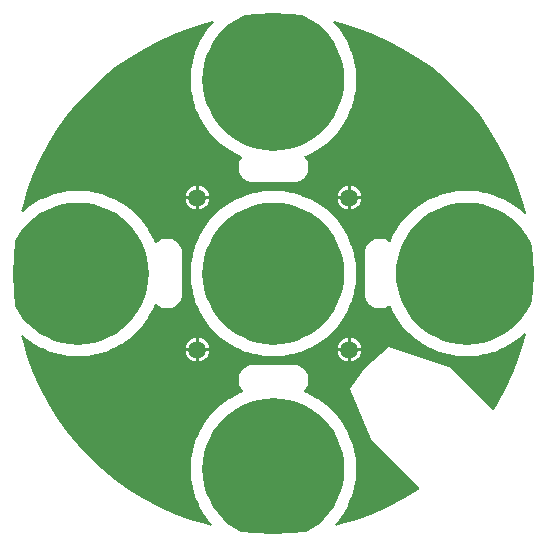
<source format=gtl>
%FSLAX44Y44*%
%MOMM*%
G71*
G01*
G75*
G04 Layer_Physical_Order=1*
G04 Layer_Color=255*
%ADD10C,1.5000*%
%ADD11C,0.6000*%
G36*
X841170Y1059717D02*
X847813Y1058588D01*
X854289Y1056722D01*
X860515Y1054143D01*
X866413Y1050883D01*
X871910Y1046984D01*
X876935Y1042493D01*
X881425Y1037468D01*
X885325Y1031972D01*
X888585Y1026074D01*
X891163Y1019848D01*
X893029Y1013372D01*
X894158Y1006729D01*
X894536Y1000000D01*
X894158Y993272D01*
X893029Y986628D01*
X891163Y980152D01*
X888585Y973926D01*
X885325Y968028D01*
X881425Y962532D01*
X876935Y957507D01*
X871910Y953016D01*
X866413Y949117D01*
X860515Y945857D01*
X854289Y943278D01*
X847813Y941412D01*
X841170Y940283D01*
X834441Y939905D01*
X827713Y940283D01*
X821069Y941412D01*
X814593Y943278D01*
X808367Y945857D01*
X802469Y949117D01*
X796973Y953016D01*
X791948Y957507D01*
X787457Y962532D01*
X783558Y968028D01*
X781303Y972108D01*
X779976Y985579D01*
X779504Y1000000D01*
X779976Y1014421D01*
X781303Y1027892D01*
X783558Y1031972D01*
X787457Y1037468D01*
X791948Y1042493D01*
X796973Y1046984D01*
X802469Y1050883D01*
X808367Y1054143D01*
X814593Y1056722D01*
X821069Y1058588D01*
X827713Y1059717D01*
X834441Y1060095D01*
X841170Y1059717D01*
D02*
G37*
G36*
X1170346Y1059717D02*
X1176990Y1058588D01*
X1183465Y1056722D01*
X1189692Y1054143D01*
X1195590Y1050883D01*
X1201086Y1046984D01*
X1206111Y1042493D01*
X1210601Y1037468D01*
X1214501Y1031972D01*
X1217761Y1026074D01*
X1219224Y1022541D01*
X1220024Y1014421D01*
X1220496Y1000000D01*
X1220024Y985579D01*
X1219224Y977459D01*
X1217761Y973926D01*
X1214501Y968028D01*
X1210601Y962532D01*
X1206111Y957507D01*
X1201086Y953016D01*
X1195590Y949117D01*
X1189692Y945857D01*
X1183465Y943278D01*
X1176990Y941412D01*
X1170346Y940283D01*
X1163617Y939905D01*
X1156889Y940283D01*
X1150245Y941412D01*
X1143770Y943278D01*
X1137543Y945857D01*
X1131645Y949117D01*
X1126149Y953016D01*
X1121124Y957507D01*
X1116634Y962532D01*
X1112734Y968028D01*
X1109474Y973926D01*
X1106895Y980152D01*
X1105030Y986628D01*
X1103901Y993271D01*
X1103523Y1000000D01*
X1103901Y1006729D01*
X1105030Y1013372D01*
X1106895Y1019848D01*
X1109474Y1026074D01*
X1112734Y1031972D01*
X1116634Y1037468D01*
X1121124Y1042493D01*
X1126149Y1046984D01*
X1131645Y1050883D01*
X1137543Y1054143D01*
X1143770Y1056722D01*
X1150245Y1058588D01*
X1156889Y1059717D01*
X1163617Y1060095D01*
X1170346Y1059717D01*
D02*
G37*
G36*
X1006728Y894158D02*
X1013372Y893029D01*
X1019848Y891164D01*
X1026074Y888585D01*
X1031972Y885325D01*
X1037468Y881425D01*
X1042493Y876935D01*
X1046984Y871910D01*
X1050883Y866414D01*
X1054143Y860515D01*
X1056722Y854289D01*
X1058588Y847814D01*
X1059717Y841170D01*
X1060095Y834441D01*
X1059717Y827713D01*
X1058588Y821069D01*
X1056722Y814593D01*
X1054143Y808367D01*
X1050883Y802469D01*
X1046984Y796973D01*
X1042493Y791948D01*
X1037468Y787458D01*
X1031972Y783558D01*
X1027892Y781303D01*
X1014421Y779976D01*
X1000000Y779504D01*
X985579Y779976D01*
X972108Y781303D01*
X968028Y783558D01*
X962532Y787458D01*
X957507Y791948D01*
X953016Y796973D01*
X949117Y802469D01*
X945857Y808367D01*
X943278Y814593D01*
X941412Y821069D01*
X940283Y827713D01*
X939905Y834441D01*
X940283Y841170D01*
X941412Y847814D01*
X943278Y854289D01*
X945857Y860515D01*
X949117Y866414D01*
X953016Y871910D01*
X957507Y876935D01*
X962532Y881425D01*
X968028Y885325D01*
X973926Y888585D01*
X980152Y891164D01*
X986628Y893029D01*
X993271Y894158D01*
X1000000Y894536D01*
X1006728Y894158D01*
D02*
G37*
G36*
X1056929Y1212461D02*
X1070703Y1208283D01*
X1084173Y1203213D01*
X1097284Y1197272D01*
X1109978Y1190487D01*
X1122201Y1182887D01*
X1133901Y1174503D01*
X1145027Y1165371D01*
X1155532Y1155532D01*
X1165371Y1145027D01*
X1174503Y1133901D01*
X1182887Y1122201D01*
X1190487Y1109978D01*
X1197272Y1097284D01*
X1203213Y1084173D01*
X1208283Y1070703D01*
X1212461Y1056929D01*
X1213866Y1050904D01*
X1212845Y1050025D01*
X1212829Y1050016D01*
X1207807Y1054505D01*
X1207338Y1054824D01*
X1206923Y1055210D01*
X1201426Y1059109D01*
X1200925Y1059374D01*
X1200469Y1059711D01*
X1194570Y1062971D01*
X1194043Y1063178D01*
X1193551Y1063462D01*
X1187325Y1066041D01*
X1186778Y1066188D01*
X1186258Y1066414D01*
X1179782Y1068280D01*
X1179221Y1068364D01*
X1178679Y1068532D01*
X1172036Y1069660D01*
X1171469Y1069682D01*
X1170911Y1069787D01*
X1164183Y1070165D01*
X1163617Y1070123D01*
X1163052Y1070165D01*
X1156323Y1069787D01*
X1155766Y1069682D01*
X1155200Y1069660D01*
X1148556Y1068532D01*
X1148014Y1068364D01*
X1147453Y1068280D01*
X1140977Y1066414D01*
X1140458Y1066188D01*
X1139910Y1066041D01*
X1133684Y1063462D01*
X1133193Y1063178D01*
X1132665Y1062971D01*
X1126766Y1059711D01*
X1126310Y1059374D01*
X1125809Y1059109D01*
X1120312Y1055210D01*
X1119897Y1054824D01*
X1119428Y1054505D01*
X1114403Y1050014D01*
X1114034Y1049584D01*
X1113604Y1049214D01*
X1109113Y1044189D01*
X1108794Y1043721D01*
X1108408Y1043305D01*
X1104508Y1037809D01*
X1104243Y1037308D01*
X1103906Y1036851D01*
X1100647Y1030953D01*
X1100439Y1030425D01*
X1100156Y1029934D01*
X1099172Y1027559D01*
X1098681Y1027105D01*
X1097802Y1026857D01*
X1096621Y1027714D01*
X1096277Y1027873D01*
X1095968Y1028092D01*
X1094249Y1028857D01*
X1093880Y1028940D01*
X1093531Y1029090D01*
X1091691Y1029481D01*
X1091312Y1029486D01*
X1090941Y1029560D01*
X1089059D01*
X1088688Y1029486D01*
X1088309Y1029481D01*
X1086469Y1029090D01*
X1086120Y1028940D01*
X1085751Y1028857D01*
X1084032Y1028092D01*
X1083723Y1027873D01*
X1083379Y1027714D01*
X1081856Y1026608D01*
X1081599Y1026330D01*
X1081295Y1026103D01*
X1080037Y1024705D01*
X1079843Y1024380D01*
X1079593Y1024095D01*
X1078652Y1022465D01*
X1078531Y1022106D01*
X1078345Y1021776D01*
X1077764Y1019986D01*
X1077719Y1019610D01*
X1077607Y1019249D01*
X1077411Y1017377D01*
X1077428Y1017187D01*
X1077391Y1017000D01*
Y983000D01*
X1077428Y982813D01*
X1077411Y982623D01*
X1077607Y980751D01*
X1077719Y980390D01*
X1077764Y980013D01*
X1078345Y978224D01*
X1078531Y977893D01*
X1078652Y977535D01*
X1079593Y975905D01*
X1079843Y975620D01*
X1080037Y975295D01*
X1081296Y973896D01*
X1081599Y973670D01*
X1081856Y973392D01*
X1083379Y972286D01*
X1083723Y972127D01*
X1084032Y971908D01*
X1085751Y971143D01*
X1086120Y971059D01*
X1086469Y970910D01*
X1088309Y970519D01*
X1088688Y970514D01*
X1089059Y970440D01*
X1090941D01*
X1091312Y970514D01*
X1091691Y970519D01*
X1093531Y970910D01*
X1093880Y971059D01*
X1094249Y971143D01*
X1095968Y971908D01*
X1096277Y972127D01*
X1096622Y972286D01*
X1097802Y973143D01*
X1098681Y972895D01*
X1099172Y972442D01*
X1100156Y970066D01*
X1100439Y969575D01*
X1100647Y969047D01*
X1103906Y963149D01*
X1104243Y962693D01*
X1104508Y962191D01*
X1108408Y956695D01*
X1108793Y956279D01*
X1109113Y955811D01*
X1113604Y950786D01*
X1114033Y950416D01*
X1114403Y949986D01*
X1119428Y945495D01*
X1119897Y945176D01*
X1120312Y944790D01*
X1125809Y940891D01*
X1126310Y940626D01*
X1126766Y940289D01*
X1132665Y937029D01*
X1133193Y936822D01*
X1133684Y936538D01*
X1139910Y933959D01*
X1140458Y933812D01*
X1140977Y933586D01*
X1147453Y931720D01*
X1148014Y931636D01*
X1148556Y931468D01*
X1155200Y930340D01*
X1155766Y930318D01*
X1156324Y930213D01*
X1163052Y929835D01*
X1163617Y929877D01*
X1164183Y929835D01*
X1170911Y930213D01*
X1171469Y930318D01*
X1172036Y930340D01*
X1178679Y931468D01*
X1179221Y931636D01*
X1179782Y931720D01*
X1186258Y933586D01*
X1186777Y933812D01*
X1187325Y933959D01*
X1193551Y936538D01*
X1194043Y936822D01*
X1194570Y937029D01*
X1200469Y940289D01*
X1200925Y940626D01*
X1201426Y940891D01*
X1206923Y944790D01*
X1207338Y945176D01*
X1207807Y945495D01*
X1212829Y949984D01*
X1212845Y949975D01*
X1213866Y949096D01*
X1212461Y943071D01*
X1208283Y929297D01*
X1203213Y915827D01*
X1197272Y902716D01*
X1190487Y890022D01*
X1186997Y884410D01*
X1185736Y884265D01*
X1150000Y920000D01*
X1097500Y937500D01*
X1077500Y920000D01*
X1065000Y902500D01*
X1082500Y860000D01*
X1123363Y819137D01*
X1123259Y817872D01*
X1122201Y817113D01*
X1109978Y809513D01*
X1097284Y802728D01*
X1084173Y796787D01*
X1070703Y791717D01*
X1056929Y787539D01*
X1052855Y786589D01*
X1052207Y787682D01*
X1054504Y790252D01*
X1054824Y790721D01*
X1055210Y791136D01*
X1059109Y796632D01*
X1059374Y797134D01*
X1059711Y797590D01*
X1062971Y803488D01*
X1063178Y804016D01*
X1063462Y804508D01*
X1066041Y810733D01*
X1066188Y811281D01*
X1066414Y811801D01*
X1068280Y818277D01*
X1068364Y818838D01*
X1068532Y819380D01*
X1069660Y826023D01*
X1069682Y826590D01*
X1069787Y827147D01*
X1070165Y833876D01*
X1070123Y834441D01*
X1070165Y835007D01*
X1069787Y841735D01*
X1069682Y842292D01*
X1069660Y842859D01*
X1068532Y849503D01*
X1068364Y850045D01*
X1068280Y850606D01*
X1066414Y857082D01*
X1066188Y857601D01*
X1066041Y858149D01*
X1063462Y864375D01*
X1063178Y864866D01*
X1062971Y865394D01*
X1059711Y871292D01*
X1059374Y871749D01*
X1059109Y872250D01*
X1055210Y877746D01*
X1054824Y878162D01*
X1054504Y878631D01*
X1050014Y883655D01*
X1049584Y884025D01*
X1049214Y884455D01*
X1044189Y888946D01*
X1043721Y889265D01*
X1043305Y889651D01*
X1037809Y893551D01*
X1037308Y893816D01*
X1036851Y894153D01*
X1030953Y897412D01*
X1030425Y897620D01*
X1029934Y897903D01*
X1025838Y899600D01*
X1025623Y900851D01*
X1026107Y901287D01*
X1026334Y901591D01*
X1026612Y901848D01*
X1027719Y903371D01*
X1027877Y903715D01*
X1028096Y904024D01*
X1028862Y905744D01*
X1028945Y906114D01*
X1029095Y906462D01*
X1029486Y908303D01*
X1029491Y908682D01*
X1029565Y909054D01*
Y910936D01*
X1029491Y911308D01*
X1029486Y911687D01*
X1029095Y913528D01*
X1028945Y913876D01*
X1028862Y914246D01*
X1028096Y915966D01*
X1027877Y916275D01*
X1027719Y916619D01*
X1026612Y918142D01*
X1026334Y918399D01*
X1026107Y918703D01*
X1024708Y919962D01*
X1024383Y920156D01*
X1024098Y920406D01*
X1022467Y921347D01*
X1022109Y921469D01*
X1021778Y921654D01*
X1019988Y922236D01*
X1019611Y922280D01*
X1019250Y922393D01*
X1017377Y922589D01*
X1017187Y922572D01*
X1017000Y922609D01*
X983000D01*
X982813Y922572D01*
X982623Y922589D01*
X980751Y922393D01*
X980389Y922280D01*
X980013Y922236D01*
X978222Y921654D01*
X977891Y921469D01*
X977533Y921347D01*
X975902Y920406D01*
X975618Y920156D01*
X975292Y919962D01*
X973893Y918703D01*
X973666Y918399D01*
X973388Y918142D01*
X972281Y916619D01*
X972123Y916275D01*
X971904Y915966D01*
X971139Y914246D01*
X971055Y913876D01*
X970905Y913528D01*
X970514Y911686D01*
X970509Y911308D01*
X970435Y910936D01*
Y909054D01*
X970509Y908682D01*
X970514Y908303D01*
X970905Y906462D01*
X971055Y906114D01*
X971139Y905744D01*
X971904Y904024D01*
X972123Y903715D01*
X972281Y903371D01*
X973388Y901848D01*
X973666Y901591D01*
X973893Y901287D01*
X974377Y900851D01*
X974162Y899600D01*
X970066Y897903D01*
X969575Y897620D01*
X969047Y897412D01*
X963149Y894153D01*
X962692Y893816D01*
X962191Y893551D01*
X956695Y889651D01*
X956279Y889265D01*
X955811Y888946D01*
X950786Y884455D01*
X950416Y884025D01*
X949986Y883655D01*
X945495Y878631D01*
X945176Y878162D01*
X944790Y877746D01*
X940891Y872250D01*
X940626Y871749D01*
X940289Y871292D01*
X937029Y865394D01*
X936822Y864866D01*
X936538Y864375D01*
X933959Y858149D01*
X933812Y857601D01*
X933586Y857082D01*
X931720Y850606D01*
X931636Y850045D01*
X931468Y849503D01*
X930340Y842859D01*
X930318Y842292D01*
X930213Y841735D01*
X929835Y835007D01*
X929877Y834441D01*
X929835Y833876D01*
X930213Y827147D01*
X930318Y826590D01*
X930340Y826023D01*
X931468Y819380D01*
X931636Y818838D01*
X931720Y818277D01*
X933586Y811801D01*
X933812Y811281D01*
X933959Y810733D01*
X936538Y804508D01*
X936822Y804016D01*
X937029Y803488D01*
X940289Y797590D01*
X940626Y797134D01*
X940891Y796632D01*
X944790Y791136D01*
X945176Y790721D01*
X945495Y790252D01*
X947793Y787682D01*
X947145Y786589D01*
X943071Y787539D01*
X929297Y791717D01*
X915827Y796787D01*
X902716Y802728D01*
X890022Y809513D01*
X877799Y817113D01*
X866099Y825497D01*
X854973Y834629D01*
X844468Y844468D01*
X834629Y854973D01*
X825497Y866099D01*
X817113Y877799D01*
X809513Y890022D01*
X802728Y902716D01*
X796787Y915827D01*
X791717Y929297D01*
X787539Y943071D01*
X786589Y947145D01*
X787682Y947793D01*
X790252Y945496D01*
X790720Y945176D01*
X791136Y944790D01*
X796632Y940891D01*
X797134Y940626D01*
X797590Y940289D01*
X803488Y937029D01*
X804016Y936822D01*
X804507Y936538D01*
X810733Y933959D01*
X811281Y933812D01*
X811801Y933586D01*
X818277Y931720D01*
X818838Y931636D01*
X819379Y931468D01*
X826023Y930340D01*
X826590Y930318D01*
X827147Y930213D01*
X833876Y929835D01*
X834441Y929877D01*
X835007Y929835D01*
X841735Y930213D01*
X842292Y930318D01*
X842859Y930340D01*
X849503Y931468D01*
X850045Y931636D01*
X850606Y931720D01*
X857081Y933586D01*
X857601Y933812D01*
X858149Y933959D01*
X864375Y936538D01*
X864866Y936822D01*
X865394Y937029D01*
X871292Y940289D01*
X871749Y940626D01*
X872250Y940891D01*
X877746Y944790D01*
X878162Y945176D01*
X878631Y945496D01*
X883655Y949986D01*
X884025Y950416D01*
X884455Y950786D01*
X888946Y955811D01*
X889265Y956279D01*
X889651Y956695D01*
X893551Y962191D01*
X893816Y962693D01*
X894153Y963149D01*
X897412Y969047D01*
X897619Y969575D01*
X897903Y970066D01*
X899603Y974171D01*
X900855Y974386D01*
X901296Y973896D01*
X901599Y973670D01*
X901856Y973392D01*
X903379Y972286D01*
X903723Y972127D01*
X904032Y971908D01*
X905751Y971143D01*
X906121Y971059D01*
X906469Y970910D01*
X908309Y970519D01*
X908688Y970514D01*
X909059Y970440D01*
X910941D01*
X911312Y970514D01*
X911691Y970519D01*
X913532Y970910D01*
X913880Y971059D01*
X914249Y971143D01*
X915968Y971908D01*
X916277Y972127D01*
X916622Y972286D01*
X918144Y973392D01*
X918401Y973670D01*
X918705Y973896D01*
X919964Y975295D01*
X920157Y975620D01*
X920407Y975905D01*
X921348Y977534D01*
X921470Y977893D01*
X921655Y978224D01*
X922236Y980014D01*
X922281Y980390D01*
X922393Y980751D01*
X922590Y982623D01*
X922572Y982813D01*
X922609Y983000D01*
Y1017000D01*
X922572Y1017187D01*
X922590Y1017377D01*
X922393Y1019249D01*
X922281Y1019610D01*
X922236Y1019986D01*
X921655Y1021776D01*
X921469Y1022107D01*
X921348Y1022465D01*
X920407Y1024095D01*
X920157Y1024380D01*
X919963Y1024705D01*
X918704Y1026103D01*
X918401Y1026330D01*
X918144Y1026608D01*
X916622Y1027714D01*
X916277Y1027873D01*
X915968Y1028092D01*
X914249Y1028857D01*
X913880Y1028940D01*
X913532Y1029090D01*
X911691Y1029481D01*
X911312Y1029486D01*
X910941Y1029560D01*
X909059D01*
X908688Y1029486D01*
X908309Y1029481D01*
X906469Y1029090D01*
X906121Y1028940D01*
X905751Y1028857D01*
X904032Y1028092D01*
X903723Y1027873D01*
X903378Y1027714D01*
X901856Y1026608D01*
X901599Y1026330D01*
X901296Y1026103D01*
X900855Y1025614D01*
X899603Y1025829D01*
X897903Y1029934D01*
X897619Y1030425D01*
X897412Y1030953D01*
X894153Y1036851D01*
X893816Y1037308D01*
X893551Y1037809D01*
X889651Y1043305D01*
X889265Y1043721D01*
X888946Y1044189D01*
X884455Y1049214D01*
X884025Y1049584D01*
X883655Y1050014D01*
X878631Y1054505D01*
X878162Y1054824D01*
X877746Y1055210D01*
X872250Y1059109D01*
X871749Y1059374D01*
X871292Y1059711D01*
X865394Y1062971D01*
X864866Y1063178D01*
X864375Y1063462D01*
X858149Y1066041D01*
X857601Y1066188D01*
X857081Y1066414D01*
X850606Y1068280D01*
X850045Y1068364D01*
X849503Y1068532D01*
X842859Y1069660D01*
X842292Y1069682D01*
X841735Y1069787D01*
X835007Y1070165D01*
X834441Y1070123D01*
X833876Y1070165D01*
X827147Y1069787D01*
X826590Y1069682D01*
X826023Y1069660D01*
X819379Y1068532D01*
X818838Y1068364D01*
X818277Y1068280D01*
X811801Y1066414D01*
X811281Y1066188D01*
X810733Y1066041D01*
X804507Y1063462D01*
X804016Y1063178D01*
X803488Y1062971D01*
X797590Y1059711D01*
X797134Y1059374D01*
X796632Y1059109D01*
X791136Y1055210D01*
X790721Y1054824D01*
X790252Y1054505D01*
X787682Y1052208D01*
X786589Y1052855D01*
X787539Y1056929D01*
X791717Y1070703D01*
X796787Y1084173D01*
X802728Y1097284D01*
X809513Y1109978D01*
X817113Y1122201D01*
X825497Y1133901D01*
X834629Y1145027D01*
X844468Y1155532D01*
X854973Y1165371D01*
X866099Y1174503D01*
X877799Y1182887D01*
X890022Y1190487D01*
X902716Y1197272D01*
X915827Y1203213D01*
X929297Y1208283D01*
X943071Y1212461D01*
X948705Y1213775D01*
X949353Y1212682D01*
X945495Y1208366D01*
X945176Y1207897D01*
X944790Y1207482D01*
X940891Y1201985D01*
X940626Y1201484D01*
X940289Y1201028D01*
X937029Y1195129D01*
X936822Y1194602D01*
X936538Y1194110D01*
X933959Y1187884D01*
X933812Y1187337D01*
X933586Y1186817D01*
X931720Y1180341D01*
X931636Y1179780D01*
X931468Y1179238D01*
X930340Y1172595D01*
X930318Y1172028D01*
X930213Y1171470D01*
X929835Y1164742D01*
X929877Y1164176D01*
X929835Y1163611D01*
X930213Y1156882D01*
X930318Y1156325D01*
X930340Y1155759D01*
X931468Y1149115D01*
X931636Y1148573D01*
X931720Y1148012D01*
X933586Y1141536D01*
X933812Y1141017D01*
X933959Y1140469D01*
X936538Y1134243D01*
X936822Y1133752D01*
X937029Y1133223D01*
X940289Y1127325D01*
X940626Y1126869D01*
X940891Y1126368D01*
X944790Y1120872D01*
X945176Y1120456D01*
X945495Y1119987D01*
X949986Y1114962D01*
X950416Y1114592D01*
X950786Y1114163D01*
X955811Y1109672D01*
X956279Y1109352D01*
X956695Y1108967D01*
X962191Y1105067D01*
X962692Y1104802D01*
X963149Y1104465D01*
X969047Y1101205D01*
X969575Y1100998D01*
X970066Y1100715D01*
X971217Y1100238D01*
X973321Y1098667D01*
X973410Y1098172D01*
X973388Y1098152D01*
X972281Y1096629D01*
X972123Y1096285D01*
X971904Y1095976D01*
X971139Y1094256D01*
X971055Y1093886D01*
X970905Y1093538D01*
X970514Y1091696D01*
X970509Y1091318D01*
X970435Y1090946D01*
Y1089064D01*
X970509Y1088692D01*
X970514Y1088313D01*
X970905Y1086472D01*
X971055Y1086124D01*
X971139Y1085754D01*
X971904Y1084034D01*
X972123Y1083725D01*
X972281Y1083381D01*
X973388Y1081858D01*
X973666Y1081601D01*
X973893Y1081297D01*
X975292Y1080038D01*
X975618Y1079844D01*
X975902Y1079594D01*
X977533Y1078653D01*
X977891Y1078531D01*
X978222Y1078346D01*
X980012Y1077764D01*
X980389Y1077719D01*
X980750Y1077607D01*
X982623Y1077410D01*
X982813Y1077428D01*
X983000Y1077391D01*
X1017000D01*
X1017187Y1077428D01*
X1017377Y1077410D01*
X1019249Y1077607D01*
X1019611Y1077719D01*
X1019988Y1077764D01*
X1021778Y1078346D01*
X1022109Y1078531D01*
X1022467Y1078653D01*
X1024098Y1079594D01*
X1024383Y1079844D01*
X1024708Y1080038D01*
X1026107Y1081297D01*
X1026334Y1081601D01*
X1026612Y1081858D01*
X1027719Y1083381D01*
X1027877Y1083725D01*
X1028096Y1084034D01*
X1028862Y1085754D01*
X1028945Y1086124D01*
X1029095Y1086472D01*
X1029486Y1088313D01*
X1029491Y1088692D01*
X1029565Y1089064D01*
Y1090946D01*
X1029491Y1091318D01*
X1029486Y1091697D01*
X1029095Y1093538D01*
X1028945Y1093886D01*
X1028862Y1094256D01*
X1028096Y1095976D01*
X1027877Y1096285D01*
X1027719Y1096629D01*
X1026612Y1098152D01*
X1026334Y1098409D01*
X1026107Y1098713D01*
X1026184Y1099162D01*
X1029934Y1100715D01*
X1030425Y1100998D01*
X1030953Y1101205D01*
X1036851Y1104465D01*
X1037308Y1104802D01*
X1037809Y1105067D01*
X1043305Y1108967D01*
X1043721Y1109352D01*
X1044189Y1109672D01*
X1049214Y1114163D01*
X1049584Y1114592D01*
X1050014Y1114962D01*
X1054505Y1119987D01*
X1054824Y1120456D01*
X1055210Y1120872D01*
X1059109Y1126368D01*
X1059374Y1126869D01*
X1059711Y1127325D01*
X1062971Y1133223D01*
X1063178Y1133752D01*
X1063462Y1134243D01*
X1066041Y1140469D01*
X1066188Y1141016D01*
X1066414Y1141536D01*
X1068280Y1148012D01*
X1068364Y1148573D01*
X1068532Y1149115D01*
X1069660Y1155759D01*
X1069682Y1156325D01*
X1069787Y1156882D01*
X1070165Y1163611D01*
X1070123Y1164176D01*
X1070165Y1164742D01*
X1069787Y1171470D01*
X1069682Y1172028D01*
X1069660Y1172595D01*
X1068532Y1179238D01*
X1068364Y1179780D01*
X1068280Y1180341D01*
X1066414Y1186817D01*
X1066188Y1187336D01*
X1066041Y1187884D01*
X1063462Y1194110D01*
X1063178Y1194602D01*
X1062971Y1195129D01*
X1059711Y1201028D01*
X1059374Y1201484D01*
X1059109Y1201985D01*
X1055210Y1207482D01*
X1054824Y1207897D01*
X1054505Y1208366D01*
X1050647Y1212682D01*
X1051295Y1213775D01*
X1056929Y1212461D01*
D02*
G37*
G36*
X1014421Y1220024D02*
X1024312Y1219050D01*
X1026074Y1218320D01*
X1031972Y1215060D01*
X1037468Y1211160D01*
X1042493Y1206670D01*
X1046984Y1201645D01*
X1050883Y1196149D01*
X1054143Y1190251D01*
X1056722Y1184025D01*
X1058588Y1177549D01*
X1059717Y1170905D01*
X1060095Y1164176D01*
X1059717Y1157448D01*
X1058588Y1150804D01*
X1056722Y1144329D01*
X1054143Y1138102D01*
X1050883Y1132204D01*
X1046984Y1126708D01*
X1042493Y1121683D01*
X1037468Y1117193D01*
X1031972Y1113293D01*
X1026074Y1110033D01*
X1019848Y1107454D01*
X1013372Y1105589D01*
X1006729Y1104460D01*
X1000000Y1104082D01*
X993271Y1104460D01*
X986628Y1105589D01*
X980152Y1107454D01*
X973926Y1110033D01*
X968028Y1113293D01*
X962532Y1117193D01*
X957507Y1121683D01*
X953016Y1126708D01*
X949117Y1132204D01*
X945857Y1138102D01*
X943278Y1144329D01*
X941412Y1150804D01*
X940283Y1157448D01*
X939905Y1164176D01*
X940283Y1170905D01*
X941412Y1177549D01*
X943278Y1184025D01*
X945857Y1190251D01*
X949117Y1196149D01*
X953016Y1201645D01*
X957507Y1206670D01*
X962532Y1211160D01*
X968028Y1215060D01*
X973926Y1218320D01*
X975688Y1219050D01*
X985579Y1220024D01*
X1000000Y1220496D01*
X1014421Y1220024D01*
D02*
G37*
%LPC*%
G36*
X1065350Y945645D02*
Y936650D01*
X1074345D01*
X1074132Y938271D01*
X1073120Y940713D01*
X1071511Y942811D01*
X1069413Y944420D01*
X1066971Y945432D01*
X1065350Y945645D01*
D02*
G37*
G36*
X1063350D02*
X1061729Y945432D01*
X1059287Y944420D01*
X1057189Y942811D01*
X1055580Y940713D01*
X1054568Y938271D01*
X1054355Y936650D01*
X1063350D01*
Y945645D01*
D02*
G37*
G36*
X936653Y945648D02*
Y936653D01*
X945648D01*
X945435Y938274D01*
X944423Y940716D01*
X942814Y942814D01*
X940716Y944423D01*
X938274Y945435D01*
X936653Y945648D01*
D02*
G37*
G36*
X934653D02*
X933032Y945435D01*
X930590Y944423D01*
X928493Y942814D01*
X926883Y940716D01*
X925872Y938274D01*
X925658Y936653D01*
X934653D01*
Y945648D01*
D02*
G37*
G36*
X1074345Y934650D02*
X1065350D01*
Y925655D01*
X1066971Y925868D01*
X1069413Y926880D01*
X1071511Y928489D01*
X1073120Y930587D01*
X1074132Y933029D01*
X1074345Y934650D01*
D02*
G37*
G36*
X1063350D02*
X1054355D01*
X1054568Y933029D01*
X1055580Y930587D01*
X1057189Y928489D01*
X1059287Y926880D01*
X1061729Y925868D01*
X1063350Y925655D01*
Y934650D01*
D02*
G37*
G36*
X945648Y934653D02*
X936653D01*
Y925658D01*
X938274Y925872D01*
X940716Y926883D01*
X942814Y928493D01*
X944423Y930590D01*
X945435Y933032D01*
X945648Y934653D01*
D02*
G37*
G36*
X934653D02*
X925658D01*
X925872Y933032D01*
X926883Y930590D01*
X928493Y928493D01*
X930590Y926883D01*
X933032Y925872D01*
X934653Y925658D01*
Y934653D01*
D02*
G37*
G36*
X1065347Y1074342D02*
Y1065347D01*
X1074342D01*
X1074128Y1066968D01*
X1073117Y1069410D01*
X1071507Y1071507D01*
X1069410Y1073117D01*
X1066968Y1074128D01*
X1065347Y1074342D01*
D02*
G37*
G36*
X1074342Y1063347D02*
X1065347D01*
Y1054352D01*
X1066968Y1054565D01*
X1069410Y1055577D01*
X1071507Y1057186D01*
X1073117Y1059283D01*
X1074128Y1061726D01*
X1074342Y1063347D01*
D02*
G37*
G36*
X1063347D02*
X1054352D01*
X1054565Y1061726D01*
X1055577Y1059283D01*
X1057186Y1057186D01*
X1059283Y1055577D01*
X1061726Y1054565D01*
X1063347Y1054352D01*
Y1063347D01*
D02*
G37*
G36*
X936653Y1074342D02*
Y1065347D01*
X945648D01*
X945435Y1066968D01*
X944423Y1069410D01*
X942814Y1071507D01*
X940716Y1073117D01*
X938274Y1074128D01*
X936653Y1074342D01*
D02*
G37*
G36*
X934653D02*
X933032Y1074128D01*
X930590Y1073117D01*
X928493Y1071507D01*
X926883Y1069410D01*
X925872Y1066968D01*
X925658Y1065347D01*
X934653D01*
Y1074342D01*
D02*
G37*
G36*
X1000565Y1070165D02*
X1000000Y1070123D01*
X999435Y1070165D01*
X992706Y1069787D01*
X992149Y1069682D01*
X991582Y1069660D01*
X984938Y1068532D01*
X984396Y1068364D01*
X983836Y1068280D01*
X977360Y1066414D01*
X976840Y1066188D01*
X976292Y1066041D01*
X970066Y1063462D01*
X969575Y1063178D01*
X969047Y1062971D01*
X963149Y1059711D01*
X962693Y1059374D01*
X962191Y1059109D01*
X956695Y1055210D01*
X956279Y1054824D01*
X955811Y1054505D01*
X950786Y1050014D01*
X950416Y1049584D01*
X949986Y1049214D01*
X945495Y1044189D01*
X945176Y1043721D01*
X944790Y1043305D01*
X940891Y1037809D01*
X940626Y1037308D01*
X940289Y1036851D01*
X937029Y1030953D01*
X936822Y1030425D01*
X936538Y1029934D01*
X933959Y1023708D01*
X933812Y1023160D01*
X933586Y1022640D01*
X931720Y1016164D01*
X931636Y1015604D01*
X931468Y1015062D01*
X930340Y1008418D01*
X930318Y1007851D01*
X930213Y1007294D01*
X929835Y1000565D01*
X929877Y1000000D01*
X929835Y999435D01*
X930213Y992706D01*
X930318Y992149D01*
X930340Y991582D01*
X931468Y984938D01*
X931636Y984396D01*
X931720Y983836D01*
X933586Y977360D01*
X933812Y976840D01*
X933959Y976292D01*
X936538Y970066D01*
X936822Y969575D01*
X937029Y969047D01*
X940289Y963149D01*
X940626Y962693D01*
X940891Y962191D01*
X944790Y956695D01*
X945176Y956279D01*
X945495Y955811D01*
X949986Y950786D01*
X950416Y950416D01*
X950786Y949986D01*
X955811Y945495D01*
X956279Y945176D01*
X956695Y944790D01*
X962191Y940891D01*
X962692Y940626D01*
X963149Y940289D01*
X969047Y937029D01*
X969575Y936822D01*
X970066Y936538D01*
X976292Y933959D01*
X976840Y933812D01*
X977360Y933586D01*
X983836Y931720D01*
X984396Y931636D01*
X984938Y931468D01*
X991582Y930340D01*
X992149Y930318D01*
X992706Y930213D01*
X999435Y929835D01*
X1000000Y929877D01*
X1000565Y929835D01*
X1007294Y930213D01*
X1007851Y930318D01*
X1008418Y930340D01*
X1015062Y931468D01*
X1015604Y931636D01*
X1016164Y931720D01*
X1022640Y933586D01*
X1023160Y933812D01*
X1023708Y933959D01*
X1029934Y936538D01*
X1030425Y936822D01*
X1030953Y937029D01*
X1036851Y940289D01*
X1037308Y940626D01*
X1037809Y940891D01*
X1043305Y944790D01*
X1043721Y945176D01*
X1044189Y945495D01*
X1049214Y949986D01*
X1049584Y950416D01*
X1050014Y950786D01*
X1054505Y955811D01*
X1054824Y956279D01*
X1055210Y956695D01*
X1059109Y962191D01*
X1059374Y962692D01*
X1059711Y963149D01*
X1062971Y969047D01*
X1063178Y969575D01*
X1063462Y970066D01*
X1066041Y976292D01*
X1066188Y976840D01*
X1066414Y977360D01*
X1068280Y983836D01*
X1068364Y984396D01*
X1068532Y984938D01*
X1069660Y991582D01*
X1069682Y992149D01*
X1069787Y992706D01*
X1070165Y999435D01*
X1070123Y1000000D01*
X1070165Y1000565D01*
X1069787Y1007294D01*
X1069682Y1007851D01*
X1069660Y1008418D01*
X1068532Y1015062D01*
X1068364Y1015604D01*
X1068280Y1016164D01*
X1066414Y1022640D01*
X1066188Y1023160D01*
X1066041Y1023708D01*
X1063462Y1029934D01*
X1063178Y1030425D01*
X1062971Y1030953D01*
X1059711Y1036851D01*
X1059374Y1037308D01*
X1059109Y1037809D01*
X1055210Y1043305D01*
X1054824Y1043721D01*
X1054505Y1044189D01*
X1050014Y1049214D01*
X1049584Y1049584D01*
X1049214Y1050014D01*
X1044189Y1054505D01*
X1043721Y1054824D01*
X1043305Y1055210D01*
X1037809Y1059109D01*
X1037308Y1059374D01*
X1036851Y1059711D01*
X1030953Y1062971D01*
X1030425Y1063178D01*
X1029934Y1063462D01*
X1023708Y1066041D01*
X1023160Y1066188D01*
X1022640Y1066414D01*
X1016164Y1068280D01*
X1015604Y1068364D01*
X1015062Y1068532D01*
X1008418Y1069660D01*
X1007851Y1069682D01*
X1007294Y1069787D01*
X1000565Y1070165D01*
D02*
G37*
G36*
X1063347Y1074342D02*
X1061726Y1074128D01*
X1059283Y1073117D01*
X1057186Y1071507D01*
X1055577Y1069410D01*
X1054565Y1066968D01*
X1054352Y1065347D01*
X1063347D01*
Y1074342D01*
D02*
G37*
G36*
X945648Y1063347D02*
X936653D01*
Y1054352D01*
X938274Y1054565D01*
X940716Y1055577D01*
X942814Y1057186D01*
X944423Y1059283D01*
X945435Y1061726D01*
X945648Y1063347D01*
D02*
G37*
G36*
X934653D02*
X925658D01*
X925872Y1061726D01*
X926883Y1059283D01*
X928493Y1057186D01*
X930590Y1055577D01*
X933032Y1054565D01*
X934653Y1054352D01*
Y1063347D01*
D02*
G37*
%LPD*%
G36*
X1006729Y1059717D02*
X1013372Y1058588D01*
X1019848Y1056722D01*
X1026074Y1054143D01*
X1031972Y1050883D01*
X1037468Y1046984D01*
X1042493Y1042493D01*
X1046984Y1037468D01*
X1050883Y1031972D01*
X1054143Y1026074D01*
X1056722Y1019848D01*
X1058588Y1013372D01*
X1059717Y1006729D01*
X1060095Y1000000D01*
X1059717Y993271D01*
X1058588Y986628D01*
X1056722Y980152D01*
X1054143Y973926D01*
X1050883Y968028D01*
X1046984Y962532D01*
X1042493Y957507D01*
X1037468Y953016D01*
X1031972Y949117D01*
X1026074Y945857D01*
X1019848Y943278D01*
X1013372Y941412D01*
X1006729Y940283D01*
X1000000Y939905D01*
X993271Y940283D01*
X986628Y941412D01*
X980152Y943278D01*
X973926Y945857D01*
X968028Y949117D01*
X962532Y953016D01*
X957507Y957507D01*
X953016Y962532D01*
X949117Y968028D01*
X945857Y973926D01*
X943278Y980152D01*
X941412Y986628D01*
X940283Y993271D01*
X939905Y1000000D01*
X940283Y1006729D01*
X941412Y1013372D01*
X943278Y1019848D01*
X945857Y1026074D01*
X949117Y1031972D01*
X953016Y1037468D01*
X957507Y1042493D01*
X962532Y1046984D01*
X968028Y1050883D01*
X973926Y1054143D01*
X980152Y1056722D01*
X986628Y1058588D01*
X993271Y1059717D01*
X1000000Y1060095D01*
X1006729Y1059717D01*
D02*
G37*
D10*
X1064350Y935650D02*
D03*
X935653Y935653D02*
D03*
X1064347Y1064347D02*
D03*
X935653D02*
D03*
D11*
X1037500Y1127500D02*
D03*
X1045000Y967500D02*
D03*
X872500Y957500D02*
D03*
X1055000Y835000D02*
D03*
X1162500Y945000D02*
D03*
M02*

</source>
